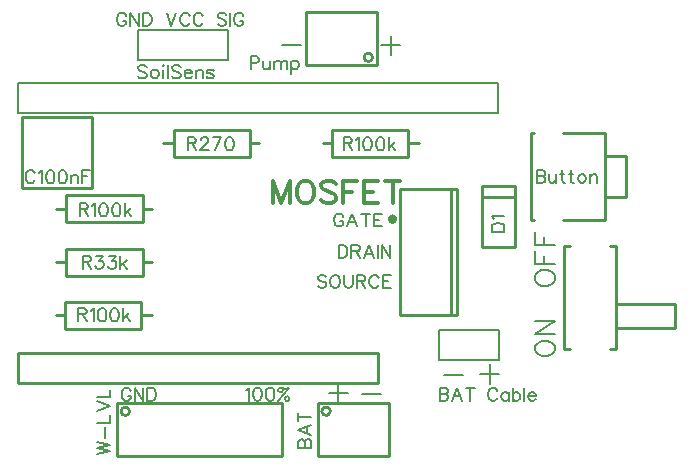
<source format=gto>
G04 Layer: TopSilkLayer*
G04 EasyEDA v6.4.20.6, 2021-08-25T14:01:31+02:00*
G04 e866269f8e5e4e6dbd67b5624e2cb2fc,10*
G04 Gerber Generator version 0.2*
G04 Scale: 100 percent, Rotated: No, Reflected: No *
G04 Dimensions in millimeters *
G04 leading zeros omitted , absolute positions ,4 integer and 5 decimal *
%FSLAX45Y45*%
%MOMM*%

%ADD10C,0.2540*%
%ADD15C,0.3000*%
%ADD25C,0.2032*%
%ADD26C,0.2030*%
%ADD27C,0.4000*%
%ADD28C,0.1520*%
%ADD29C,0.1800*%

%LPD*%
D28*
X-1055039Y-1917776D02*
G01*
X-946073Y-1917776D01*
X-1055039Y-1917776D02*
G01*
X-1055039Y-1881454D01*
X-1049959Y-1865706D01*
X-1039545Y-1855292D01*
X-1029131Y-1850212D01*
X-1013637Y-1844878D01*
X-987475Y-1844878D01*
X-971981Y-1850212D01*
X-961567Y-1855292D01*
X-951153Y-1865706D01*
X-946073Y-1881454D01*
X-946073Y-1917776D01*
X-1034465Y-1810588D02*
G01*
X-1039545Y-1800174D01*
X-1055039Y-1784680D01*
X-946073Y-1784680D01*
D15*
X-2908300Y-1487228D02*
G01*
X-2908300Y-1678236D01*
X-2908300Y-1487228D02*
G01*
X-2835655Y-1678236D01*
X-2762757Y-1487228D02*
G01*
X-2835655Y-1678236D01*
X-2762757Y-1487228D02*
G01*
X-2762757Y-1678236D01*
X-2648203Y-1487228D02*
G01*
X-2666492Y-1496372D01*
X-2684779Y-1514660D01*
X-2693669Y-1532694D01*
X-2702813Y-1560126D01*
X-2702813Y-1605338D01*
X-2693669Y-1632770D01*
X-2684779Y-1650804D01*
X-2666492Y-1669092D01*
X-2648203Y-1678236D01*
X-2611881Y-1678236D01*
X-2593847Y-1669092D01*
X-2575560Y-1650804D01*
X-2566415Y-1632770D01*
X-2557271Y-1605338D01*
X-2557271Y-1560126D01*
X-2566415Y-1532694D01*
X-2575560Y-1514660D01*
X-2593847Y-1496372D01*
X-2611881Y-1487228D01*
X-2648203Y-1487228D01*
X-2370073Y-1514660D02*
G01*
X-2388361Y-1496372D01*
X-2415539Y-1487228D01*
X-2451861Y-1487228D01*
X-2479293Y-1496372D01*
X-2497327Y-1514660D01*
X-2497327Y-1532694D01*
X-2488184Y-1550982D01*
X-2479293Y-1560126D01*
X-2461005Y-1569016D01*
X-2406395Y-1587304D01*
X-2388361Y-1596448D01*
X-2379218Y-1605338D01*
X-2370073Y-1623626D01*
X-2370073Y-1650804D01*
X-2388361Y-1669092D01*
X-2415539Y-1678236D01*
X-2451861Y-1678236D01*
X-2479293Y-1669092D01*
X-2497327Y-1650804D01*
X-2310129Y-1487228D02*
G01*
X-2310129Y-1678236D01*
X-2310129Y-1487228D02*
G01*
X-2192019Y-1487228D01*
X-2310129Y-1578160D02*
G01*
X-2237485Y-1578160D01*
X-2131821Y-1487228D02*
G01*
X-2131821Y-1678236D01*
X-2131821Y-1487228D02*
G01*
X-2013711Y-1487228D01*
X-2131821Y-1578160D02*
G01*
X-2059177Y-1578160D01*
X-2131821Y-1678236D02*
G01*
X-2013711Y-1678236D01*
X-1890013Y-1487228D02*
G01*
X-1890013Y-1678236D01*
X-1953768Y-1487228D02*
G01*
X-1826513Y-1487228D01*
D28*
X-2309621Y-1790250D02*
G01*
X-2314955Y-1779836D01*
X-2325369Y-1769422D01*
X-2335529Y-1764342D01*
X-2356357Y-1764342D01*
X-2366771Y-1769422D01*
X-2377185Y-1779836D01*
X-2382519Y-1790250D01*
X-2387600Y-1805744D01*
X-2387600Y-1831906D01*
X-2382519Y-1847400D01*
X-2377185Y-1857814D01*
X-2366771Y-1868228D01*
X-2356357Y-1873308D01*
X-2335529Y-1873308D01*
X-2325369Y-1868228D01*
X-2314955Y-1857814D01*
X-2309621Y-1847400D01*
X-2309621Y-1831906D01*
X-2335529Y-1831906D02*
G01*
X-2309621Y-1831906D01*
X-2233929Y-1764342D02*
G01*
X-2275331Y-1873308D01*
X-2233929Y-1764342D02*
G01*
X-2192273Y-1873308D01*
X-2259837Y-1836986D02*
G01*
X-2207768Y-1836986D01*
X-2121661Y-1764342D02*
G01*
X-2121661Y-1873308D01*
X-2157984Y-1764342D02*
G01*
X-2085339Y-1764342D01*
X-2051050Y-1764342D02*
G01*
X-2051050Y-1873308D01*
X-2051050Y-1764342D02*
G01*
X-1983485Y-1764342D01*
X-2051050Y-1816158D02*
G01*
X-2009393Y-1816158D01*
X-2051050Y-1873308D02*
G01*
X-1983485Y-1873308D01*
X-2349500Y-2030984D02*
G01*
X-2349500Y-2139950D01*
X-2349500Y-2030984D02*
G01*
X-2313177Y-2030984D01*
X-2297429Y-2036063D01*
X-2287269Y-2046478D01*
X-2281935Y-2056892D01*
X-2276855Y-2072639D01*
X-2276855Y-2098547D01*
X-2281935Y-2114042D01*
X-2287269Y-2124455D01*
X-2297429Y-2134870D01*
X-2313177Y-2139950D01*
X-2349500Y-2139950D01*
X-2242565Y-2030984D02*
G01*
X-2242565Y-2139950D01*
X-2242565Y-2030984D02*
G01*
X-2195829Y-2030984D01*
X-2180081Y-2036063D01*
X-2175002Y-2041397D01*
X-2169668Y-2051812D01*
X-2169668Y-2062226D01*
X-2175002Y-2072639D01*
X-2180081Y-2077720D01*
X-2195829Y-2082800D01*
X-2242565Y-2082800D01*
X-2205989Y-2082800D02*
G01*
X-2169668Y-2139950D01*
X-2093976Y-2030984D02*
G01*
X-2135377Y-2139950D01*
X-2093976Y-2030984D02*
G01*
X-2052319Y-2139950D01*
X-2119884Y-2103628D02*
G01*
X-2067813Y-2103628D01*
X-2018029Y-2030984D02*
G01*
X-2018029Y-2139950D01*
X-1983739Y-2030984D02*
G01*
X-1983739Y-2139950D01*
X-1983739Y-2030984D02*
G01*
X-1911095Y-2139950D01*
X-1911095Y-2030984D02*
G01*
X-1911095Y-2139950D01*
X-2454655Y-2300536D02*
G01*
X-2465069Y-2290122D01*
X-2480563Y-2285042D01*
X-2501392Y-2285042D01*
X-2516885Y-2290122D01*
X-2527300Y-2300536D01*
X-2527300Y-2310950D01*
X-2522219Y-2321364D01*
X-2516885Y-2326444D01*
X-2506471Y-2331778D01*
X-2475229Y-2342192D01*
X-2465069Y-2347272D01*
X-2459735Y-2352606D01*
X-2454655Y-2362766D01*
X-2454655Y-2378514D01*
X-2465069Y-2388928D01*
X-2480563Y-2394008D01*
X-2501392Y-2394008D01*
X-2516885Y-2388928D01*
X-2527300Y-2378514D01*
X-2389123Y-2285042D02*
G01*
X-2399537Y-2290122D01*
X-2409952Y-2300536D01*
X-2415031Y-2310950D01*
X-2420365Y-2326444D01*
X-2420365Y-2352606D01*
X-2415031Y-2368100D01*
X-2409952Y-2378514D01*
X-2399537Y-2388928D01*
X-2389123Y-2394008D01*
X-2368295Y-2394008D01*
X-2357881Y-2388928D01*
X-2347468Y-2378514D01*
X-2342387Y-2368100D01*
X-2337053Y-2352606D01*
X-2337053Y-2326444D01*
X-2342387Y-2310950D01*
X-2347468Y-2300536D01*
X-2357881Y-2290122D01*
X-2368295Y-2285042D01*
X-2389123Y-2285042D01*
X-2302763Y-2285042D02*
G01*
X-2302763Y-2362766D01*
X-2297684Y-2378514D01*
X-2287269Y-2388928D01*
X-2271776Y-2394008D01*
X-2261361Y-2394008D01*
X-2245613Y-2388928D01*
X-2235200Y-2378514D01*
X-2230119Y-2362766D01*
X-2230119Y-2285042D01*
X-2195829Y-2285042D02*
G01*
X-2195829Y-2394008D01*
X-2195829Y-2285042D02*
G01*
X-2149093Y-2285042D01*
X-2133600Y-2290122D01*
X-2128265Y-2295456D01*
X-2123185Y-2305616D01*
X-2123185Y-2316030D01*
X-2128265Y-2326444D01*
X-2133600Y-2331778D01*
X-2149093Y-2336858D01*
X-2195829Y-2336858D01*
X-2159507Y-2336858D02*
G01*
X-2123185Y-2394008D01*
X-2010918Y-2310950D02*
G01*
X-2015997Y-2300536D01*
X-2026411Y-2290122D01*
X-2036826Y-2285042D01*
X-2057653Y-2285042D01*
X-2068068Y-2290122D01*
X-2078481Y-2300536D01*
X-2083561Y-2310950D01*
X-2088895Y-2326444D01*
X-2088895Y-2352606D01*
X-2083561Y-2368100D01*
X-2078481Y-2378514D01*
X-2068068Y-2388928D01*
X-2057653Y-2394008D01*
X-2036826Y-2394008D01*
X-2026411Y-2388928D01*
X-2015997Y-2378514D01*
X-2010918Y-2368100D01*
X-1976627Y-2285042D02*
G01*
X-1976627Y-2394008D01*
X-1976627Y-2285042D02*
G01*
X-1909063Y-2285042D01*
X-1976627Y-2336858D02*
G01*
X-1934971Y-2336858D01*
X-1976627Y-2394008D02*
G01*
X-1909063Y-2394008D01*
X-1495297Y-3240082D02*
G01*
X-1495297Y-3349048D01*
X-1495297Y-3240082D02*
G01*
X-1448561Y-3240082D01*
X-1433068Y-3245162D01*
X-1427734Y-3250496D01*
X-1422653Y-3260910D01*
X-1422653Y-3271324D01*
X-1427734Y-3281738D01*
X-1433068Y-3286818D01*
X-1448561Y-3291898D01*
X-1495297Y-3291898D02*
G01*
X-1448561Y-3291898D01*
X-1433068Y-3297232D01*
X-1427734Y-3302312D01*
X-1422653Y-3312726D01*
X-1422653Y-3328474D01*
X-1427734Y-3338888D01*
X-1433068Y-3343968D01*
X-1448561Y-3349048D01*
X-1495297Y-3349048D01*
X-1346707Y-3240082D02*
G01*
X-1388363Y-3349048D01*
X-1346707Y-3240082D02*
G01*
X-1305052Y-3349048D01*
X-1372615Y-3312726D02*
G01*
X-1320800Y-3312726D01*
X-1234439Y-3240082D02*
G01*
X-1234439Y-3349048D01*
X-1270761Y-3240082D02*
G01*
X-1198118Y-3240082D01*
X-1005839Y-3265990D02*
G01*
X-1011173Y-3255576D01*
X-1021588Y-3245162D01*
X-1031747Y-3240082D01*
X-1052575Y-3240082D01*
X-1062989Y-3245162D01*
X-1073404Y-3255576D01*
X-1078738Y-3265990D01*
X-1083818Y-3281738D01*
X-1083818Y-3307646D01*
X-1078738Y-3323140D01*
X-1073404Y-3333554D01*
X-1062989Y-3343968D01*
X-1052575Y-3349048D01*
X-1031747Y-3349048D01*
X-1021588Y-3343968D01*
X-1011173Y-3333554D01*
X-1005839Y-3323140D01*
X-909320Y-3276404D02*
G01*
X-909320Y-3349048D01*
X-909320Y-3291898D02*
G01*
X-919734Y-3281738D01*
X-930147Y-3276404D01*
X-945641Y-3276404D01*
X-956056Y-3281738D01*
X-966470Y-3291898D01*
X-971550Y-3307646D01*
X-971550Y-3318060D01*
X-966470Y-3333554D01*
X-956056Y-3343968D01*
X-945641Y-3349048D01*
X-930147Y-3349048D01*
X-919734Y-3343968D01*
X-909320Y-3333554D01*
X-875029Y-3240082D02*
G01*
X-875029Y-3349048D01*
X-875029Y-3291898D02*
G01*
X-864615Y-3281738D01*
X-854202Y-3276404D01*
X-838707Y-3276404D01*
X-828293Y-3281738D01*
X-817879Y-3291898D01*
X-812545Y-3307646D01*
X-812545Y-3318060D01*
X-817879Y-3333554D01*
X-828293Y-3343968D01*
X-838707Y-3349048D01*
X-854202Y-3349048D01*
X-864615Y-3343968D01*
X-875029Y-3333554D01*
X-778256Y-3240082D02*
G01*
X-778256Y-3349048D01*
X-743965Y-3307646D02*
G01*
X-681736Y-3307646D01*
X-681736Y-3297232D01*
X-686815Y-3286818D01*
X-692150Y-3281738D01*
X-702563Y-3276404D01*
X-718057Y-3276404D01*
X-728472Y-3281738D01*
X-738886Y-3291898D01*
X-743965Y-3307646D01*
X-743965Y-3318060D01*
X-738886Y-3333554D01*
X-728472Y-3343968D01*
X-718057Y-3349048D01*
X-702563Y-3349048D01*
X-692150Y-3343968D01*
X-681736Y-3333554D01*
D29*
X-1070686Y-3041276D02*
G01*
X-1070686Y-3204852D01*
X-1152474Y-3123064D02*
G01*
X-988644Y-3123064D01*
X-1457197Y-3128830D02*
G01*
X-1293621Y-3128830D01*
D28*
X-689609Y-2922778D02*
G01*
X-681481Y-2939034D01*
X-664972Y-2955544D01*
X-648715Y-2963671D01*
X-624077Y-2971800D01*
X-583184Y-2971800D01*
X-558800Y-2963671D01*
X-542289Y-2955544D01*
X-526034Y-2939034D01*
X-517906Y-2922778D01*
X-517906Y-2890012D01*
X-526034Y-2873502D01*
X-542289Y-2857246D01*
X-558800Y-2849118D01*
X-583184Y-2840989D01*
X-624077Y-2840989D01*
X-648715Y-2849118D01*
X-664972Y-2857246D01*
X-681481Y-2873502D01*
X-689609Y-2890012D01*
X-689609Y-2922778D01*
X-689609Y-2786887D02*
G01*
X-517906Y-2786887D01*
X-689609Y-2786887D02*
G01*
X-517906Y-2672334D01*
X-689609Y-2672334D02*
G01*
X-517906Y-2672334D01*
X-689714Y-2325756D02*
G01*
X-681332Y-2342266D01*
X-665076Y-2358522D01*
X-648820Y-2366650D01*
X-624182Y-2374778D01*
X-583288Y-2374778D01*
X-558650Y-2366650D01*
X-542394Y-2358522D01*
X-525884Y-2342266D01*
X-517756Y-2325756D01*
X-517756Y-2292990D01*
X-525884Y-2276734D01*
X-542394Y-2260478D01*
X-558650Y-2252096D01*
X-583288Y-2243968D01*
X-624182Y-2243968D01*
X-648820Y-2252096D01*
X-665076Y-2260478D01*
X-681332Y-2276734D01*
X-689714Y-2292990D01*
X-689714Y-2325756D01*
X-689714Y-2189866D02*
G01*
X-517756Y-2189866D01*
X-689714Y-2189866D02*
G01*
X-689714Y-2083694D01*
X-607926Y-2189866D02*
G01*
X-607926Y-2124588D01*
X-689714Y-2029592D02*
G01*
X-517756Y-2029592D01*
X-689714Y-2029592D02*
G01*
X-689714Y-1923166D01*
X-607926Y-2029592D02*
G01*
X-607926Y-1964060D01*
D29*
X-2155697Y-3293930D02*
G01*
X-1992121Y-3293930D01*
X-2353386Y-3206376D02*
G01*
X-2353386Y-3369952D01*
X-2435174Y-3288164D02*
G01*
X-2271344Y-3288164D01*
D28*
X-2690113Y-3749098D02*
G01*
X-2581147Y-3749098D01*
X-2690113Y-3749098D02*
G01*
X-2690113Y-3702362D01*
X-2685034Y-3686868D01*
X-2679700Y-3681534D01*
X-2669285Y-3676454D01*
X-2658871Y-3676454D01*
X-2648457Y-3681534D01*
X-2643377Y-3686868D01*
X-2638297Y-3702362D01*
X-2638297Y-3749098D02*
G01*
X-2638297Y-3702362D01*
X-2632963Y-3686868D01*
X-2627884Y-3681534D01*
X-2617469Y-3676454D01*
X-2601721Y-3676454D01*
X-2591307Y-3681534D01*
X-2586227Y-3686868D01*
X-2581147Y-3702362D01*
X-2581147Y-3749098D01*
X-2690113Y-3600508D02*
G01*
X-2581147Y-3642164D01*
X-2690113Y-3600508D02*
G01*
X-2581147Y-3558852D01*
X-2617469Y-3626416D02*
G01*
X-2617469Y-3574600D01*
X-2690113Y-3488240D02*
G01*
X-2581147Y-3488240D01*
X-2690113Y-3524562D02*
G01*
X-2690113Y-3451918D01*
X-4391913Y-3799898D02*
G01*
X-4282947Y-3773990D01*
X-4391913Y-3747828D02*
G01*
X-4282947Y-3773990D01*
X-4391913Y-3747828D02*
G01*
X-4282947Y-3721920D01*
X-4391913Y-3696012D02*
G01*
X-4282947Y-3721920D01*
X-4329684Y-3661722D02*
G01*
X-4329684Y-3568250D01*
X-4391913Y-3533960D02*
G01*
X-4282947Y-3533960D01*
X-4282947Y-3533960D02*
G01*
X-4282947Y-3471476D01*
X-4391913Y-3437186D02*
G01*
X-4282947Y-3395784D01*
X-4391913Y-3354128D02*
G01*
X-4282947Y-3395784D01*
X-4391913Y-3319838D02*
G01*
X-4282947Y-3319838D01*
X-4282947Y-3319838D02*
G01*
X-4282947Y-3257608D01*
X-3133597Y-3260910D02*
G01*
X-3123184Y-3255576D01*
X-3107689Y-3240082D01*
X-3107689Y-3349048D01*
X-3042157Y-3240082D02*
G01*
X-3057652Y-3245162D01*
X-3068065Y-3260910D01*
X-3073400Y-3286818D01*
X-3073400Y-3302312D01*
X-3068065Y-3328474D01*
X-3057652Y-3343968D01*
X-3042157Y-3349048D01*
X-3031743Y-3349048D01*
X-3016250Y-3343968D01*
X-3005835Y-3328474D01*
X-3000502Y-3302312D01*
X-3000502Y-3286818D01*
X-3005835Y-3260910D01*
X-3016250Y-3245162D01*
X-3031743Y-3240082D01*
X-3042157Y-3240082D01*
X-2935223Y-3240082D02*
G01*
X-2950718Y-3245162D01*
X-2961131Y-3260910D01*
X-2966211Y-3286818D01*
X-2966211Y-3302312D01*
X-2961131Y-3328474D01*
X-2950718Y-3343968D01*
X-2935223Y-3349048D01*
X-2924810Y-3349048D01*
X-2909061Y-3343968D01*
X-2898647Y-3328474D01*
X-2893568Y-3302312D01*
X-2893568Y-3286818D01*
X-2898647Y-3260910D01*
X-2909061Y-3245162D01*
X-2924810Y-3240082D01*
X-2935223Y-3240082D01*
X-2765805Y-3240082D02*
G01*
X-2859277Y-3349048D01*
X-2833369Y-3240082D02*
G01*
X-2822955Y-3250496D01*
X-2822955Y-3260910D01*
X-2828035Y-3271324D01*
X-2838450Y-3276404D01*
X-2848863Y-3276404D01*
X-2859277Y-3265990D01*
X-2859277Y-3255576D01*
X-2854197Y-3245162D01*
X-2843784Y-3240082D01*
X-2833369Y-3240082D01*
X-2822955Y-3245162D01*
X-2807207Y-3250496D01*
X-2791713Y-3250496D01*
X-2776219Y-3245162D01*
X-2765805Y-3240082D01*
X-2786634Y-3312726D02*
G01*
X-2797047Y-3318060D01*
X-2802127Y-3328474D01*
X-2802127Y-3338888D01*
X-2791713Y-3349048D01*
X-2781300Y-3349048D01*
X-2770885Y-3343968D01*
X-2765805Y-3333554D01*
X-2765805Y-3323140D01*
X-2776219Y-3312726D01*
X-2786634Y-3312726D01*
X-4109719Y-3265990D02*
G01*
X-4115053Y-3255576D01*
X-4125468Y-3245162D01*
X-4135627Y-3240082D01*
X-4156455Y-3240082D01*
X-4166869Y-3245162D01*
X-4177284Y-3255576D01*
X-4182618Y-3265990D01*
X-4187697Y-3281738D01*
X-4187697Y-3307646D01*
X-4182618Y-3323140D01*
X-4177284Y-3333554D01*
X-4166869Y-3343968D01*
X-4156455Y-3349048D01*
X-4135627Y-3349048D01*
X-4125468Y-3343968D01*
X-4115053Y-3333554D01*
X-4109719Y-3323140D01*
X-4109719Y-3307646D01*
X-4135627Y-3307646D02*
G01*
X-4109719Y-3307646D01*
X-4075429Y-3240082D02*
G01*
X-4075429Y-3349048D01*
X-4075429Y-3240082D02*
G01*
X-4002785Y-3349048D01*
X-4002785Y-3240082D02*
G01*
X-4002785Y-3349048D01*
X-3968495Y-3240082D02*
G01*
X-3968495Y-3349048D01*
X-3968495Y-3240082D02*
G01*
X-3932173Y-3240082D01*
X-3916426Y-3245162D01*
X-3906011Y-3255576D01*
X-3900931Y-3265990D01*
X-3895597Y-3281738D01*
X-3895597Y-3307646D01*
X-3900931Y-3323140D01*
X-3906011Y-3333554D01*
X-3916426Y-3343968D01*
X-3932173Y-3349048D01*
X-3968495Y-3349048D01*
X-4147819Y-90990D02*
G01*
X-4153153Y-80576D01*
X-4163568Y-70162D01*
X-4173727Y-65082D01*
X-4194555Y-65082D01*
X-4204969Y-70162D01*
X-4215384Y-80576D01*
X-4220718Y-90990D01*
X-4225797Y-106738D01*
X-4225797Y-132646D01*
X-4220718Y-148140D01*
X-4215384Y-158554D01*
X-4204969Y-168968D01*
X-4194555Y-174048D01*
X-4173727Y-174048D01*
X-4163568Y-168968D01*
X-4153153Y-158554D01*
X-4147819Y-148140D01*
X-4147819Y-132646D01*
X-4173727Y-132646D02*
G01*
X-4147819Y-132646D01*
X-4113529Y-65082D02*
G01*
X-4113529Y-174048D01*
X-4113529Y-65082D02*
G01*
X-4040885Y-174048D01*
X-4040885Y-65082D02*
G01*
X-4040885Y-174048D01*
X-4006595Y-65082D02*
G01*
X-4006595Y-174048D01*
X-4006595Y-65082D02*
G01*
X-3970273Y-65082D01*
X-3954526Y-70162D01*
X-3944111Y-80576D01*
X-3939031Y-90990D01*
X-3933697Y-106738D01*
X-3933697Y-132646D01*
X-3939031Y-148140D01*
X-3944111Y-158554D01*
X-3954526Y-168968D01*
X-3970273Y-174048D01*
X-4006595Y-174048D01*
X-3806697Y-65082D02*
G01*
X-3765042Y-174048D01*
X-3723639Y-65082D02*
G01*
X-3765042Y-174048D01*
X-3611371Y-90990D02*
G01*
X-3616452Y-80576D01*
X-3626865Y-70162D01*
X-3637279Y-65082D01*
X-3658107Y-65082D01*
X-3668521Y-70162D01*
X-3678935Y-80576D01*
X-3684015Y-90990D01*
X-3689350Y-106738D01*
X-3689350Y-132646D01*
X-3684015Y-148140D01*
X-3678935Y-158554D01*
X-3668521Y-168968D01*
X-3658107Y-174048D01*
X-3637279Y-174048D01*
X-3626865Y-168968D01*
X-3616452Y-158554D01*
X-3611371Y-148140D01*
X-3499103Y-90990D02*
G01*
X-3504437Y-80576D01*
X-3514597Y-70162D01*
X-3525011Y-65082D01*
X-3545839Y-65082D01*
X-3556253Y-70162D01*
X-3566668Y-80576D01*
X-3571747Y-90990D01*
X-3577081Y-106738D01*
X-3577081Y-132646D01*
X-3571747Y-148140D01*
X-3566668Y-158554D01*
X-3556253Y-168968D01*
X-3545839Y-174048D01*
X-3525011Y-174048D01*
X-3514597Y-168968D01*
X-3504437Y-158554D01*
X-3499103Y-148140D01*
X-3302253Y-80576D02*
G01*
X-3312668Y-70162D01*
X-3328161Y-65082D01*
X-3348989Y-65082D01*
X-3364484Y-70162D01*
X-3374897Y-80576D01*
X-3374897Y-90990D01*
X-3369818Y-101404D01*
X-3364484Y-106738D01*
X-3354069Y-111818D01*
X-3322827Y-122232D01*
X-3312668Y-127312D01*
X-3307334Y-132646D01*
X-3302253Y-143060D01*
X-3302253Y-158554D01*
X-3312668Y-168968D01*
X-3328161Y-174048D01*
X-3348989Y-174048D01*
X-3364484Y-168968D01*
X-3374897Y-158554D01*
X-3267963Y-65082D02*
G01*
X-3267963Y-174048D01*
X-3155695Y-90990D02*
G01*
X-3160776Y-80576D01*
X-3171189Y-70162D01*
X-3181603Y-65082D01*
X-3202431Y-65082D01*
X-3212845Y-70162D01*
X-3223260Y-80576D01*
X-3228339Y-90990D01*
X-3233673Y-106738D01*
X-3233673Y-132646D01*
X-3228339Y-148140D01*
X-3223260Y-158554D01*
X-3212845Y-168968D01*
X-3202431Y-174048D01*
X-3181603Y-174048D01*
X-3171189Y-168968D01*
X-3160776Y-158554D01*
X-3155695Y-148140D01*
X-3155695Y-132646D01*
X-3181603Y-132646D02*
G01*
X-3155695Y-132646D01*
X-3975353Y-525076D02*
G01*
X-3985768Y-514662D01*
X-4001261Y-509582D01*
X-4022089Y-509582D01*
X-4037584Y-514662D01*
X-4047997Y-525076D01*
X-4047997Y-535490D01*
X-4042918Y-545904D01*
X-4037584Y-551238D01*
X-4027169Y-556318D01*
X-3995927Y-566732D01*
X-3985768Y-571812D01*
X-3980434Y-577146D01*
X-3975353Y-587560D01*
X-3975353Y-603054D01*
X-3985768Y-613468D01*
X-4001261Y-618548D01*
X-4022089Y-618548D01*
X-4037584Y-613468D01*
X-4047997Y-603054D01*
X-3914902Y-545904D02*
G01*
X-3925315Y-551238D01*
X-3935729Y-561398D01*
X-3941063Y-577146D01*
X-3941063Y-587560D01*
X-3935729Y-603054D01*
X-3925315Y-613468D01*
X-3914902Y-618548D01*
X-3899407Y-618548D01*
X-3888993Y-613468D01*
X-3878579Y-603054D01*
X-3873500Y-587560D01*
X-3873500Y-577146D01*
X-3878579Y-561398D01*
X-3888993Y-551238D01*
X-3899407Y-545904D01*
X-3914902Y-545904D01*
X-3839210Y-509582D02*
G01*
X-3833876Y-514662D01*
X-3828795Y-509582D01*
X-3833876Y-504248D01*
X-3839210Y-509582D01*
X-3833876Y-545904D02*
G01*
X-3833876Y-618548D01*
X-3794505Y-509582D02*
G01*
X-3794505Y-618548D01*
X-3687318Y-525076D02*
G01*
X-3697731Y-514662D01*
X-3713479Y-509582D01*
X-3734307Y-509582D01*
X-3749802Y-514662D01*
X-3760215Y-525076D01*
X-3760215Y-535490D01*
X-3754881Y-545904D01*
X-3749802Y-551238D01*
X-3739387Y-556318D01*
X-3708145Y-566732D01*
X-3697731Y-571812D01*
X-3692652Y-577146D01*
X-3687318Y-587560D01*
X-3687318Y-603054D01*
X-3697731Y-613468D01*
X-3713479Y-618548D01*
X-3734307Y-618548D01*
X-3749802Y-613468D01*
X-3760215Y-603054D01*
X-3653027Y-577146D02*
G01*
X-3590797Y-577146D01*
X-3590797Y-566732D01*
X-3595877Y-556318D01*
X-3601211Y-551238D01*
X-3611626Y-545904D01*
X-3627119Y-545904D01*
X-3637534Y-551238D01*
X-3647947Y-561398D01*
X-3653027Y-577146D01*
X-3653027Y-587560D01*
X-3647947Y-603054D01*
X-3637534Y-613468D01*
X-3627119Y-618548D01*
X-3611626Y-618548D01*
X-3601211Y-613468D01*
X-3590797Y-603054D01*
X-3556507Y-545904D02*
G01*
X-3556507Y-618548D01*
X-3556507Y-566732D02*
G01*
X-3541013Y-551238D01*
X-3530600Y-545904D01*
X-3514852Y-545904D01*
X-3504437Y-551238D01*
X-3499357Y-566732D01*
X-3499357Y-618548D01*
X-3407918Y-561398D02*
G01*
X-3412997Y-551238D01*
X-3428745Y-545904D01*
X-3444239Y-545904D01*
X-3459987Y-551238D01*
X-3465068Y-561398D01*
X-3459987Y-571812D01*
X-3449573Y-577146D01*
X-3423411Y-582226D01*
X-3412997Y-587560D01*
X-3407918Y-597974D01*
X-3407918Y-603054D01*
X-3412997Y-613468D01*
X-3428745Y-618548D01*
X-3444239Y-618548D01*
X-3459987Y-613468D01*
X-3465068Y-603054D01*
X-3095497Y-433382D02*
G01*
X-3095497Y-542348D01*
X-3095497Y-433382D02*
G01*
X-3048761Y-433382D01*
X-3033268Y-438462D01*
X-3027934Y-443796D01*
X-3022853Y-454210D01*
X-3022853Y-469704D01*
X-3027934Y-480118D01*
X-3033268Y-485198D01*
X-3048761Y-490532D01*
X-3095497Y-490532D01*
X-2988563Y-469704D02*
G01*
X-2988563Y-521774D01*
X-2983229Y-537268D01*
X-2972815Y-542348D01*
X-2957321Y-542348D01*
X-2946907Y-537268D01*
X-2931413Y-521774D01*
X-2931413Y-469704D02*
G01*
X-2931413Y-542348D01*
X-2897123Y-469704D02*
G01*
X-2897123Y-542348D01*
X-2897123Y-490532D02*
G01*
X-2881376Y-475038D01*
X-2870961Y-469704D01*
X-2855468Y-469704D01*
X-2845053Y-475038D01*
X-2839973Y-490532D01*
X-2839973Y-542348D01*
X-2839973Y-490532D02*
G01*
X-2824226Y-475038D01*
X-2813811Y-469704D01*
X-2798318Y-469704D01*
X-2787903Y-475038D01*
X-2782823Y-490532D01*
X-2782823Y-542348D01*
X-2748534Y-469704D02*
G01*
X-2748534Y-578924D01*
X-2748534Y-485198D02*
G01*
X-2738119Y-475038D01*
X-2727705Y-469704D01*
X-2711957Y-469704D01*
X-2701797Y-475038D01*
X-2691384Y-485198D01*
X-2686050Y-500946D01*
X-2686050Y-511360D01*
X-2691384Y-526854D01*
X-2701797Y-537268D01*
X-2711957Y-542348D01*
X-2727705Y-542348D01*
X-2738119Y-537268D01*
X-2748534Y-526854D01*
D29*
X-1908886Y-259976D02*
G01*
X-1908886Y-423552D01*
X-1990674Y-341764D02*
G01*
X-1826844Y-341764D01*
X-2828797Y-334830D02*
G01*
X-2665221Y-334830D01*
D28*
X-673013Y-1395976D02*
G01*
X-673013Y-1504942D01*
X-673013Y-1395976D02*
G01*
X-626277Y-1395976D01*
X-610783Y-1401056D01*
X-605449Y-1406390D01*
X-600369Y-1416804D01*
X-600369Y-1427218D01*
X-605449Y-1437632D01*
X-610783Y-1442712D01*
X-626277Y-1447792D01*
X-673013Y-1447792D02*
G01*
X-626277Y-1447792D01*
X-610783Y-1453126D01*
X-605449Y-1458206D01*
X-600369Y-1468620D01*
X-600369Y-1484368D01*
X-605449Y-1494782D01*
X-610783Y-1499862D01*
X-626277Y-1504942D01*
X-673013Y-1504942D01*
X-566079Y-1432298D02*
G01*
X-566079Y-1484368D01*
X-560999Y-1499862D01*
X-550585Y-1504942D01*
X-534837Y-1504942D01*
X-524423Y-1499862D01*
X-508929Y-1484368D01*
X-508929Y-1432298D02*
G01*
X-508929Y-1504942D01*
X-459145Y-1395976D02*
G01*
X-459145Y-1484368D01*
X-453811Y-1499862D01*
X-443397Y-1504942D01*
X-432983Y-1504942D01*
X-474639Y-1432298D02*
G01*
X-438317Y-1432298D01*
X-383199Y-1395976D02*
G01*
X-383199Y-1484368D01*
X-378119Y-1499862D01*
X-367705Y-1504942D01*
X-357291Y-1504942D01*
X-398693Y-1432298D02*
G01*
X-362371Y-1432298D01*
X-296839Y-1432298D02*
G01*
X-307253Y-1437632D01*
X-317667Y-1447792D01*
X-323001Y-1463540D01*
X-323001Y-1473954D01*
X-317667Y-1489448D01*
X-307253Y-1499862D01*
X-296839Y-1504942D01*
X-281345Y-1504942D01*
X-270931Y-1499862D01*
X-260517Y-1489448D01*
X-255437Y-1473954D01*
X-255437Y-1463540D01*
X-260517Y-1447792D01*
X-270931Y-1437632D01*
X-281345Y-1432298D01*
X-296839Y-1432298D01*
X-221147Y-1432298D02*
G01*
X-221147Y-1504942D01*
X-221147Y-1453126D02*
G01*
X-205399Y-1437632D01*
X-195239Y-1432298D01*
X-179491Y-1432298D01*
X-169077Y-1437632D01*
X-163997Y-1453126D01*
X-163997Y-1504942D01*
X-4922519Y-1424490D02*
G01*
X-4927853Y-1414076D01*
X-4938268Y-1403662D01*
X-4948427Y-1398582D01*
X-4969255Y-1398582D01*
X-4979669Y-1403662D01*
X-4990084Y-1414076D01*
X-4995418Y-1424490D01*
X-5000497Y-1440238D01*
X-5000497Y-1466146D01*
X-4995418Y-1481640D01*
X-4990084Y-1492054D01*
X-4979669Y-1502468D01*
X-4969255Y-1507548D01*
X-4948427Y-1507548D01*
X-4938268Y-1502468D01*
X-4927853Y-1492054D01*
X-4922519Y-1481640D01*
X-4888229Y-1419410D02*
G01*
X-4877815Y-1414076D01*
X-4862321Y-1398582D01*
X-4862321Y-1507548D01*
X-4796789Y-1398582D02*
G01*
X-4812537Y-1403662D01*
X-4822697Y-1419410D01*
X-4828031Y-1445318D01*
X-4828031Y-1460812D01*
X-4822697Y-1486974D01*
X-4812537Y-1502468D01*
X-4796789Y-1507548D01*
X-4786376Y-1507548D01*
X-4770881Y-1502468D01*
X-4760468Y-1486974D01*
X-4755387Y-1460812D01*
X-4755387Y-1445318D01*
X-4760468Y-1419410D01*
X-4770881Y-1403662D01*
X-4786376Y-1398582D01*
X-4796789Y-1398582D01*
X-4689855Y-1398582D02*
G01*
X-4705350Y-1403662D01*
X-4715763Y-1419410D01*
X-4721097Y-1445318D01*
X-4721097Y-1460812D01*
X-4715763Y-1486974D01*
X-4705350Y-1502468D01*
X-4689855Y-1507548D01*
X-4679442Y-1507548D01*
X-4663947Y-1502468D01*
X-4653534Y-1486974D01*
X-4648200Y-1460812D01*
X-4648200Y-1445318D01*
X-4653534Y-1419410D01*
X-4663947Y-1403662D01*
X-4679442Y-1398582D01*
X-4689855Y-1398582D01*
X-4613910Y-1434904D02*
G01*
X-4613910Y-1507548D01*
X-4613910Y-1455732D02*
G01*
X-4598415Y-1440238D01*
X-4588002Y-1434904D01*
X-4572507Y-1434904D01*
X-4562093Y-1440238D01*
X-4556760Y-1455732D01*
X-4556760Y-1507548D01*
X-4522469Y-1398582D02*
G01*
X-4522469Y-1507548D01*
X-4522469Y-1398582D02*
G01*
X-4454905Y-1398582D01*
X-4522469Y-1450398D02*
G01*
X-4481068Y-1450398D01*
X-4555997Y-2566982D02*
G01*
X-4555997Y-2675948D01*
X-4555997Y-2566982D02*
G01*
X-4509261Y-2566982D01*
X-4493768Y-2572062D01*
X-4488434Y-2577396D01*
X-4483353Y-2587810D01*
X-4483353Y-2598224D01*
X-4488434Y-2608638D01*
X-4493768Y-2613718D01*
X-4509261Y-2618798D01*
X-4555997Y-2618798D01*
X-4519676Y-2618798D02*
G01*
X-4483353Y-2675948D01*
X-4449063Y-2587810D02*
G01*
X-4438650Y-2582476D01*
X-4422902Y-2566982D01*
X-4422902Y-2675948D01*
X-4357623Y-2566982D02*
G01*
X-4373118Y-2572062D01*
X-4383531Y-2587810D01*
X-4388611Y-2613718D01*
X-4388611Y-2629212D01*
X-4383531Y-2655374D01*
X-4373118Y-2670868D01*
X-4357623Y-2675948D01*
X-4347210Y-2675948D01*
X-4331461Y-2670868D01*
X-4321047Y-2655374D01*
X-4315968Y-2629212D01*
X-4315968Y-2613718D01*
X-4321047Y-2587810D01*
X-4331461Y-2572062D01*
X-4347210Y-2566982D01*
X-4357623Y-2566982D01*
X-4250435Y-2566982D02*
G01*
X-4266184Y-2572062D01*
X-4276597Y-2587810D01*
X-4281677Y-2613718D01*
X-4281677Y-2629212D01*
X-4276597Y-2655374D01*
X-4266184Y-2670868D01*
X-4250435Y-2675948D01*
X-4240021Y-2675948D01*
X-4224527Y-2670868D01*
X-4214113Y-2655374D01*
X-4209034Y-2629212D01*
X-4209034Y-2613718D01*
X-4214113Y-2587810D01*
X-4224527Y-2572062D01*
X-4240021Y-2566982D01*
X-4250435Y-2566982D01*
X-4174743Y-2566982D02*
G01*
X-4174743Y-2675948D01*
X-4122673Y-2603304D02*
G01*
X-4174743Y-2655374D01*
X-4153915Y-2634546D02*
G01*
X-4117593Y-2675948D01*
X-4543297Y-1677982D02*
G01*
X-4543297Y-1786948D01*
X-4543297Y-1677982D02*
G01*
X-4496561Y-1677982D01*
X-4481068Y-1683062D01*
X-4475734Y-1688396D01*
X-4470653Y-1698810D01*
X-4470653Y-1709224D01*
X-4475734Y-1719638D01*
X-4481068Y-1724718D01*
X-4496561Y-1729798D01*
X-4543297Y-1729798D01*
X-4506976Y-1729798D02*
G01*
X-4470653Y-1786948D01*
X-4436363Y-1698810D02*
G01*
X-4425950Y-1693476D01*
X-4410202Y-1677982D01*
X-4410202Y-1786948D01*
X-4344923Y-1677982D02*
G01*
X-4360418Y-1683062D01*
X-4370831Y-1698810D01*
X-4375911Y-1724718D01*
X-4375911Y-1740212D01*
X-4370831Y-1766374D01*
X-4360418Y-1781868D01*
X-4344923Y-1786948D01*
X-4334510Y-1786948D01*
X-4318761Y-1781868D01*
X-4308347Y-1766374D01*
X-4303268Y-1740212D01*
X-4303268Y-1724718D01*
X-4308347Y-1698810D01*
X-4318761Y-1683062D01*
X-4334510Y-1677982D01*
X-4344923Y-1677982D01*
X-4237735Y-1677982D02*
G01*
X-4253484Y-1683062D01*
X-4263897Y-1698810D01*
X-4268977Y-1724718D01*
X-4268977Y-1740212D01*
X-4263897Y-1766374D01*
X-4253484Y-1781868D01*
X-4237735Y-1786948D01*
X-4227321Y-1786948D01*
X-4211827Y-1781868D01*
X-4201413Y-1766374D01*
X-4196334Y-1740212D01*
X-4196334Y-1724718D01*
X-4201413Y-1698810D01*
X-4211827Y-1683062D01*
X-4227321Y-1677982D01*
X-4237735Y-1677982D01*
X-4162043Y-1677982D02*
G01*
X-4162043Y-1786948D01*
X-4109973Y-1714304D02*
G01*
X-4162043Y-1766374D01*
X-4141215Y-1745546D02*
G01*
X-4104893Y-1786948D01*
X-2308097Y-1119182D02*
G01*
X-2308097Y-1228148D01*
X-2308097Y-1119182D02*
G01*
X-2261361Y-1119182D01*
X-2245868Y-1124262D01*
X-2240534Y-1129596D01*
X-2235453Y-1140010D01*
X-2235453Y-1150424D01*
X-2240534Y-1160838D01*
X-2245868Y-1165918D01*
X-2261361Y-1170998D01*
X-2308097Y-1170998D01*
X-2271776Y-1170998D02*
G01*
X-2235453Y-1228148D01*
X-2201163Y-1140010D02*
G01*
X-2190750Y-1134676D01*
X-2175002Y-1119182D01*
X-2175002Y-1228148D01*
X-2109723Y-1119182D02*
G01*
X-2125218Y-1124262D01*
X-2135631Y-1140010D01*
X-2140711Y-1165918D01*
X-2140711Y-1181412D01*
X-2135631Y-1207574D01*
X-2125218Y-1223068D01*
X-2109723Y-1228148D01*
X-2099310Y-1228148D01*
X-2083561Y-1223068D01*
X-2073147Y-1207574D01*
X-2068068Y-1181412D01*
X-2068068Y-1165918D01*
X-2073147Y-1140010D01*
X-2083561Y-1124262D01*
X-2099310Y-1119182D01*
X-2109723Y-1119182D01*
X-2002535Y-1119182D02*
G01*
X-2018284Y-1124262D01*
X-2028697Y-1140010D01*
X-2033777Y-1165918D01*
X-2033777Y-1181412D01*
X-2028697Y-1207574D01*
X-2018284Y-1223068D01*
X-2002535Y-1228148D01*
X-1992121Y-1228148D01*
X-1976627Y-1223068D01*
X-1966213Y-1207574D01*
X-1961134Y-1181412D01*
X-1961134Y-1165918D01*
X-1966213Y-1140010D01*
X-1976627Y-1124262D01*
X-1992121Y-1119182D01*
X-2002535Y-1119182D01*
X-1926843Y-1119182D02*
G01*
X-1926843Y-1228148D01*
X-1874773Y-1155504D02*
G01*
X-1926843Y-1207574D01*
X-1906015Y-1186746D02*
G01*
X-1869693Y-1228148D01*
X-3628897Y-1119182D02*
G01*
X-3628897Y-1228148D01*
X-3628897Y-1119182D02*
G01*
X-3582161Y-1119182D01*
X-3566668Y-1124262D01*
X-3561334Y-1129596D01*
X-3556253Y-1140010D01*
X-3556253Y-1150424D01*
X-3561334Y-1160838D01*
X-3566668Y-1165918D01*
X-3582161Y-1170998D01*
X-3628897Y-1170998D01*
X-3592576Y-1170998D02*
G01*
X-3556253Y-1228148D01*
X-3516629Y-1145090D02*
G01*
X-3516629Y-1140010D01*
X-3511550Y-1129596D01*
X-3506215Y-1124262D01*
X-3495802Y-1119182D01*
X-3475227Y-1119182D01*
X-3464813Y-1124262D01*
X-3459479Y-1129596D01*
X-3454400Y-1140010D01*
X-3454400Y-1150424D01*
X-3459479Y-1160838D01*
X-3469893Y-1176332D01*
X-3521963Y-1228148D01*
X-3449065Y-1228148D01*
X-3342131Y-1119182D02*
G01*
X-3393947Y-1228148D01*
X-3414776Y-1119182D02*
G01*
X-3342131Y-1119182D01*
X-3276600Y-1119182D02*
G01*
X-3292347Y-1124262D01*
X-3302507Y-1140010D01*
X-3307842Y-1165918D01*
X-3307842Y-1181412D01*
X-3302507Y-1207574D01*
X-3292347Y-1223068D01*
X-3276600Y-1228148D01*
X-3266185Y-1228148D01*
X-3250692Y-1223068D01*
X-3240277Y-1207574D01*
X-3235197Y-1181412D01*
X-3235197Y-1165918D01*
X-3240277Y-1140010D01*
X-3250692Y-1124262D01*
X-3266185Y-1119182D01*
X-3276600Y-1119182D01*
X-4517897Y-2122482D02*
G01*
X-4517897Y-2231448D01*
X-4517897Y-2122482D02*
G01*
X-4471161Y-2122482D01*
X-4455668Y-2127562D01*
X-4450334Y-2132896D01*
X-4445253Y-2143310D01*
X-4445253Y-2153724D01*
X-4450334Y-2164138D01*
X-4455668Y-2169218D01*
X-4471161Y-2174298D01*
X-4517897Y-2174298D01*
X-4481576Y-2174298D02*
G01*
X-4445253Y-2231448D01*
X-4400550Y-2122482D02*
G01*
X-4343400Y-2122482D01*
X-4374387Y-2164138D01*
X-4358893Y-2164138D01*
X-4348479Y-2169218D01*
X-4343400Y-2174298D01*
X-4338065Y-2190046D01*
X-4338065Y-2200460D01*
X-4343400Y-2215954D01*
X-4353813Y-2226368D01*
X-4369307Y-2231448D01*
X-4384802Y-2231448D01*
X-4400550Y-2226368D01*
X-4405629Y-2221288D01*
X-4410963Y-2210874D01*
X-4293361Y-2122482D02*
G01*
X-4236211Y-2122482D01*
X-4267453Y-2164138D01*
X-4251960Y-2164138D01*
X-4241545Y-2169218D01*
X-4236211Y-2174298D01*
X-4231131Y-2190046D01*
X-4231131Y-2200460D01*
X-4236211Y-2215954D01*
X-4246626Y-2226368D01*
X-4262373Y-2231448D01*
X-4277868Y-2231448D01*
X-4293361Y-2226368D01*
X-4298695Y-2221288D01*
X-4303776Y-2210874D01*
X-4196842Y-2122482D02*
G01*
X-4196842Y-2231448D01*
X-4144771Y-2158804D02*
G01*
X-4196842Y-2210874D01*
X-4176013Y-2190046D02*
G01*
X-4139692Y-2231448D01*
D10*
X-1926894Y-3820066D02*
G01*
X-2526893Y-3820066D01*
X-2526893Y-3370054D01*
X-1926894Y-3370054D01*
X-1926894Y-3820066D01*
D25*
X-1496997Y-3002998D02*
G01*
X-1496997Y-2751538D01*
X-988997Y-2751538D01*
X-988997Y-3002998D01*
X-1496997Y-3002998D01*
D10*
X-2826999Y-3820010D02*
G01*
X-4226996Y-3820010D01*
X-4226996Y-3369998D01*
X-2826999Y-3369998D01*
X-2826999Y-3820010D01*
X-439999Y-2035393D02*
G01*
X-439999Y-2915391D01*
X0Y-2035393D02*
G01*
X0Y-2915391D01*
X-439999Y-2915391D02*
G01*
X-391474Y-2915391D01*
X-48524Y-2915391D02*
G01*
X0Y-2915391D01*
X-439999Y-2035393D02*
G01*
X-391474Y-2035393D01*
X-48524Y-2035393D02*
G01*
X0Y-2035393D01*
X0Y-2729646D02*
G01*
X499999Y-2729646D01*
X499999Y-2729646D02*
G01*
X499999Y-2529646D01*
X499999Y-2529646D02*
G01*
X18572Y-2529646D01*
X0Y-2529403D01*
X-2626997Y-59989D02*
G01*
X-2026998Y-59989D01*
X-2026998Y-510001D01*
X-2626997Y-510001D01*
X-2626997Y-59989D01*
D25*
X-3476497Y-466999D02*
G01*
X-3285997Y-466999D01*
X-3285997Y-212999D01*
X-4047997Y-212999D01*
X-4047997Y-466999D01*
D26*
X-4047997Y-466999D02*
G01*
X-3476497Y-466999D01*
D10*
X-5033794Y-1547197D02*
G01*
X-4433801Y-1547197D01*
X-5033794Y-947199D02*
G01*
X-4433801Y-947199D01*
X-5033794Y-947199D02*
G01*
X-5033794Y-1547197D01*
X-4433801Y-947199D02*
G01*
X-4433801Y-1547197D01*
X-723999Y-1085397D02*
G01*
X-723999Y-1815398D01*
X-95001Y-1815398D02*
G01*
X-95001Y-1085397D01*
X86400Y-1622597D02*
G01*
X86400Y-1278199D01*
X-723999Y-1815398D02*
G01*
X-696066Y-1815398D01*
X-451932Y-1815398D02*
G01*
X-95001Y-1815398D01*
X-723999Y-1085397D02*
G01*
X-696066Y-1085397D01*
X-451932Y-1085397D02*
G01*
X-95001Y-1085397D01*
X86400Y-1622597D02*
G01*
X-95001Y-1622597D01*
X86400Y-1278199D02*
G01*
X-95001Y-1278199D01*
D25*
X-5063997Y-916998D02*
G01*
X-5063997Y-662998D01*
X-999997Y-662998D01*
X-999997Y-916998D01*
X-1190497Y-916998D01*
D26*
X-5063997Y-916998D02*
G01*
X-1190497Y-916998D01*
D10*
X-5063997Y-3202998D02*
G01*
X-5063997Y-2948998D01*
X-2015997Y-3202998D02*
G01*
X-2015997Y-2948998D01*
X-2015997Y-3202998D02*
G01*
X-5063997Y-3202998D01*
X-2015997Y-2948998D02*
G01*
X-5063997Y-2948998D01*
X-4667204Y-1725998D02*
G01*
X-4743404Y-1725998D01*
X-4006804Y-1725998D02*
G01*
X-3930604Y-1725998D01*
X-4654511Y-1611698D02*
G01*
X-4006811Y-1611698D01*
X-4006811Y-1840298D01*
X-4654511Y-1840298D01*
X-4654511Y-1611698D01*
X-4667204Y-2175997D02*
G01*
X-4743404Y-2175997D01*
X-4006804Y-2175997D02*
G01*
X-3930604Y-2175997D01*
X-4654511Y-2061697D02*
G01*
X-4006811Y-2061697D01*
X-4006811Y-2290297D01*
X-4654511Y-2290297D01*
X-4654511Y-2061697D01*
X-1746793Y-1170998D02*
G01*
X-1670593Y-1170998D01*
X-2407193Y-1170998D02*
G01*
X-2483393Y-1170998D01*
X-1759485Y-1285298D02*
G01*
X-2407185Y-1285298D01*
X-2407185Y-1056698D01*
X-1759485Y-1056698D01*
X-1759485Y-1285298D01*
X-3757203Y-1170998D02*
G01*
X-3833403Y-1170998D01*
X-3096803Y-1170998D02*
G01*
X-3020603Y-1170998D01*
X-3744511Y-1056698D02*
G01*
X-3096811Y-1056698D01*
X-3096811Y-1285298D01*
X-3744511Y-1285298D01*
X-3744511Y-1056698D01*
X-4006794Y-2625999D02*
G01*
X-3930594Y-2625999D01*
X-4667194Y-2625999D02*
G01*
X-4743394Y-2625999D01*
X-4019486Y-2740299D02*
G01*
X-4667186Y-2740299D01*
X-4667186Y-2511699D01*
X-4019486Y-2511699D01*
X-4019486Y-2740299D01*
X-1347091Y-1559897D02*
G01*
X-1347091Y-2620098D01*
X-1826900Y-2620098D01*
X-1826900Y-1559897D01*
X-1347599Y-1559897D01*
X-1347091Y-1559897D01*
X-1397005Y-2619994D02*
G01*
X-1397005Y-1560001D01*
X-856998Y-1529999D02*
G01*
X-856998Y-2049998D01*
X-856998Y-2049998D02*
G01*
X-1136997Y-2049998D01*
X-1136997Y-1529999D02*
G01*
X-1136997Y-2049998D01*
X-856998Y-1529999D02*
G01*
X-1136997Y-1529999D01*
X-856998Y-1625925D02*
G01*
X-1136997Y-1625925D01*
D27*
G75*
G01*
X-1873380Y-1813138D02*
G03*
X-1873380Y-1813392I-19999J-127D01*
D10*
G75*
G01
X-2419579Y-3438456D02*
G03X-2419579Y-3438456I-35916J0D01*
G75*
G01
X-4119677Y-3438406D02*
G03X-4119677Y-3438406I-35916J0D01*
G75*
G01
X-2062480Y-441612D02*
G03X-2062480Y-441612I-35916J0D01*
M02*

</source>
